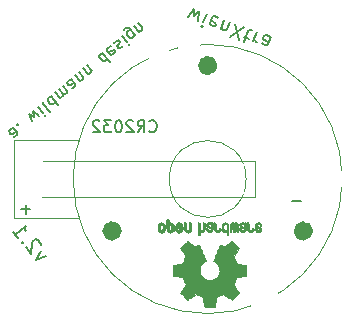
<source format=gbo>
%TF.GenerationSoftware,KiCad,Pcbnew,6.0.7*%
%TF.CreationDate,2022-09-06T10:13:29+02:00*%
%TF.ProjectId,gluhwurmchen,676c7568-7775-4726-9d63-68656e2e6b69,rev?*%
%TF.SameCoordinates,Original*%
%TF.FileFunction,Legend,Bot*%
%TF.FilePolarity,Positive*%
%FSLAX46Y46*%
G04 Gerber Fmt 4.6, Leading zero omitted, Abs format (unit mm)*
G04 Created by KiCad (PCBNEW 6.0.7) date 2022-09-06 10:13:29*
%MOMM*%
%LPD*%
G01*
G04 APERTURE LIST*
%ADD10C,0.200000*%
%ADD11C,0.150000*%
%ADD12C,0.810000*%
%ADD13C,0.120000*%
%ADD14C,0.010000*%
%ADD15C,2.200000*%
%ADD16C,2.500000*%
%ADD17R,1.800000X2.500000*%
%ADD18O,1.800000X2.500000*%
%ADD19R,2.500000X1.800000*%
%ADD20O,2.500000X1.800000*%
%ADD21C,3.000000*%
G04 APERTURE END LIST*
D10*
X71707704Y-95432730D02*
X70911215Y-95728091D01*
X71340397Y-94994991D01*
X71302152Y-94504919D02*
X71309195Y-94424415D01*
X71279507Y-94300136D01*
X71095854Y-94081266D01*
X70978618Y-94030449D01*
X70898114Y-94023406D01*
X70773835Y-94053093D01*
X70686287Y-94126555D01*
X70591696Y-94280521D01*
X70507177Y-95246577D01*
X70029678Y-94677515D01*
X69786649Y-94210088D02*
X69706144Y-94203045D01*
X69699101Y-94283550D01*
X69779606Y-94290593D01*
X69786649Y-94210088D01*
X69699101Y-94283550D01*
X68927756Y-93364296D02*
X69368525Y-93889584D01*
X69148140Y-93626940D02*
X70067394Y-92855595D01*
X70009533Y-93053335D01*
X69995447Y-93214344D01*
X70025134Y-93338623D01*
D11*
X68936973Y-84563515D02*
X69273672Y-84964777D01*
X69298411Y-85068342D01*
X69256064Y-85166038D01*
X69110150Y-85288474D01*
X69006585Y-85313214D01*
X68967582Y-84599994D02*
X68864017Y-84624733D01*
X68681625Y-84777778D01*
X68639278Y-84875474D01*
X68664017Y-84979040D01*
X68725235Y-85051996D01*
X68822931Y-85094344D01*
X68926497Y-85069604D01*
X69108888Y-84916560D01*
X69212454Y-84891820D01*
X69362974Y-84330383D02*
X69368844Y-84263295D01*
X69301756Y-84257426D01*
X69295887Y-84324513D01*
X69362974Y-84330383D01*
X69301756Y-84257426D01*
X70605761Y-84033508D02*
X70323149Y-83400376D01*
X70775152Y-83642723D01*
X70614975Y-83155504D01*
X71189414Y-83543765D01*
X71052715Y-82788197D02*
X71481240Y-83298893D01*
X71695503Y-83554242D02*
X71628416Y-83548372D01*
X71634285Y-83481285D01*
X71701372Y-83487154D01*
X71695503Y-83554242D01*
X71634285Y-83481285D01*
X71526933Y-82390281D02*
X71484585Y-82487977D01*
X71509325Y-82591543D01*
X72060286Y-83248152D01*
X72147064Y-81869929D02*
X72789852Y-82635974D01*
X72177673Y-81906407D02*
X72074108Y-81931147D01*
X71928195Y-82053583D01*
X71885847Y-82151279D01*
X71879977Y-82218366D01*
X71904717Y-82321932D01*
X72088371Y-82540801D01*
X72186067Y-82583149D01*
X72253154Y-82589019D01*
X72356720Y-82564279D01*
X72502633Y-82441843D01*
X72544981Y-82344147D01*
X72511847Y-81563840D02*
X72940373Y-82074536D01*
X72879155Y-82001579D02*
X72946242Y-82007449D01*
X73049807Y-81982709D01*
X73159242Y-81890882D01*
X73201590Y-81793186D01*
X73176850Y-81689621D01*
X72840152Y-81288359D01*
X73176850Y-81689621D02*
X73274547Y-81731968D01*
X73378112Y-81707229D01*
X73487547Y-81615402D01*
X73529895Y-81517706D01*
X73505155Y-81414140D01*
X73168457Y-81012879D01*
X73861545Y-80431309D02*
X74198243Y-80832571D01*
X74222983Y-80936136D01*
X74180635Y-81033832D01*
X74034722Y-81156268D01*
X73931156Y-81181008D01*
X73892154Y-80467787D02*
X73788588Y-80492527D01*
X73606197Y-80645572D01*
X73563849Y-80743268D01*
X73588589Y-80846833D01*
X73649806Y-80919790D01*
X73747503Y-80962138D01*
X73851068Y-80937398D01*
X74033460Y-80784354D01*
X74137025Y-80759614D01*
X74654853Y-80635916D02*
X74226328Y-80125220D01*
X74593635Y-80562960D02*
X74660722Y-80568829D01*
X74764288Y-80544089D01*
X74873723Y-80452263D01*
X74916070Y-80354566D01*
X74891331Y-80251001D01*
X74554633Y-79849739D01*
X75347941Y-80054346D02*
X74919416Y-79543650D01*
X75286723Y-79981390D02*
X75353810Y-79987259D01*
X75457376Y-79962520D01*
X75566811Y-79870693D01*
X75609158Y-79772997D01*
X75584419Y-79669431D01*
X75247720Y-79268170D01*
X76524461Y-78196857D02*
X77167249Y-78962901D01*
X76555070Y-78233335D02*
X76451505Y-78258075D01*
X76305591Y-78380511D01*
X76263244Y-78478207D01*
X76257374Y-78545294D01*
X76282114Y-78648860D01*
X76465767Y-78867729D01*
X76563464Y-78910077D01*
X76630551Y-78915946D01*
X76734116Y-78891207D01*
X76880030Y-78768771D01*
X76922377Y-78671075D01*
X77211680Y-77682375D02*
X77108114Y-77707114D01*
X76962201Y-77829550D01*
X76919853Y-77927246D01*
X76944593Y-78030812D01*
X77189464Y-78322638D01*
X77287160Y-78364986D01*
X77390726Y-78340246D01*
X77536639Y-78217810D01*
X77578987Y-78120114D01*
X77554247Y-78016549D01*
X77493029Y-77943592D01*
X77067028Y-78176725D01*
X77539984Y-77406894D02*
X77582332Y-77309198D01*
X77728245Y-77186762D01*
X77831811Y-77162023D01*
X77929507Y-77204370D01*
X77960116Y-77240849D01*
X77984856Y-77344414D01*
X77942508Y-77442110D01*
X77833073Y-77533937D01*
X77790725Y-77631633D01*
X77815465Y-77735199D01*
X77846074Y-77771677D01*
X77943770Y-77814025D01*
X78047335Y-77789285D01*
X78156770Y-77697459D01*
X78199118Y-77599762D01*
X78165985Y-76819455D02*
X78594510Y-77330151D01*
X78808773Y-77585499D02*
X78741685Y-77579630D01*
X78747555Y-77512543D01*
X78814642Y-77518412D01*
X78808773Y-77585499D01*
X78747555Y-77512543D01*
X79287598Y-76748582D02*
X78767246Y-76128450D01*
X78669550Y-76086103D01*
X78602463Y-76080233D01*
X78498897Y-76104973D01*
X78389462Y-76196800D01*
X78347114Y-76294496D01*
X78889682Y-76274364D02*
X78786116Y-76299103D01*
X78640203Y-76421539D01*
X78597855Y-76519235D01*
X78591986Y-76586322D01*
X78616725Y-76689888D01*
X78800379Y-76908758D01*
X78898075Y-76951105D01*
X78965163Y-76956975D01*
X79068728Y-76932235D01*
X79214641Y-76809799D01*
X79256989Y-76712103D01*
X79652381Y-76442492D02*
X79223856Y-75931796D01*
X79591163Y-76369536D02*
X79658250Y-76375405D01*
X79761816Y-76350665D01*
X79871251Y-76258839D01*
X79913598Y-76161142D01*
X79888859Y-76057577D01*
X79552161Y-75656316D01*
D10*
X83776710Y-75175190D02*
X84265113Y-74501612D01*
X84284459Y-75116755D01*
X84694686Y-74657964D01*
X84635857Y-75487894D01*
X85339047Y-74892492D02*
X85065431Y-75644246D01*
X84928623Y-76020123D02*
X84894470Y-75946883D01*
X84967711Y-75912730D01*
X85001864Y-75985971D01*
X84928623Y-76020123D01*
X84967711Y-75912730D01*
X86286044Y-75297981D02*
X86198195Y-75205196D01*
X85983408Y-75127020D01*
X85856470Y-75141629D01*
X85763686Y-75229479D01*
X85607333Y-75659052D01*
X85621942Y-75785990D01*
X85709792Y-75878775D01*
X85924579Y-75956951D01*
X86051516Y-75942342D01*
X86144301Y-75854492D01*
X86183389Y-75747099D01*
X85685510Y-75444265D01*
X86568939Y-76191479D02*
X86842555Y-75439725D01*
X86608027Y-76084085D02*
X86642180Y-76157326D01*
X86730029Y-76250111D01*
X86891119Y-76308743D01*
X87018057Y-76294134D01*
X87110842Y-76206285D01*
X87325826Y-75615621D01*
X87344975Y-76899604D02*
X88507154Y-76045589D01*
X88096729Y-77173220D02*
X87755400Y-75771973D01*
X88502021Y-76895063D02*
X88931595Y-77051415D01*
X88526303Y-77329572D02*
X88878095Y-76363031D01*
X88970880Y-76275182D01*
X89097818Y-76260573D01*
X89205211Y-76299661D01*
X89581088Y-76436469D02*
X89307472Y-77188223D01*
X89385648Y-76973436D02*
X89400257Y-77100374D01*
X89434409Y-77173614D01*
X89522259Y-77266399D01*
X89629652Y-77305487D01*
X90762416Y-76866437D02*
X90547432Y-77457101D01*
X90454647Y-77544951D01*
X90327710Y-77559559D01*
X90112923Y-77481383D01*
X90025073Y-77388598D01*
X90742872Y-76920134D02*
X90655022Y-76827349D01*
X90386539Y-76729629D01*
X90259601Y-76744238D01*
X90166817Y-76832087D01*
X90127729Y-76939481D01*
X90142337Y-77066418D01*
X90230187Y-77159203D01*
X90498670Y-77256923D01*
X90586520Y-77349708D01*
D11*
X80505038Y-84837542D02*
X80552657Y-84885161D01*
X80695514Y-84932780D01*
X80790752Y-84932780D01*
X80933609Y-84885161D01*
X81028847Y-84789923D01*
X81076466Y-84694685D01*
X81124085Y-84504209D01*
X81124085Y-84361352D01*
X81076466Y-84170876D01*
X81028847Y-84075638D01*
X80933609Y-83980400D01*
X80790752Y-83932780D01*
X80695514Y-83932780D01*
X80552657Y-83980400D01*
X80505038Y-84028019D01*
X79505038Y-84932780D02*
X79838371Y-84456590D01*
X80076466Y-84932780D02*
X80076466Y-83932780D01*
X79695514Y-83932780D01*
X79600276Y-83980400D01*
X79552657Y-84028019D01*
X79505038Y-84123257D01*
X79505038Y-84266114D01*
X79552657Y-84361352D01*
X79600276Y-84408971D01*
X79695514Y-84456590D01*
X80076466Y-84456590D01*
X79124085Y-84028019D02*
X79076466Y-83980400D01*
X78981228Y-83932780D01*
X78743133Y-83932780D01*
X78647895Y-83980400D01*
X78600276Y-84028019D01*
X78552657Y-84123257D01*
X78552657Y-84218495D01*
X78600276Y-84361352D01*
X79171704Y-84932780D01*
X78552657Y-84932780D01*
X77933609Y-83932780D02*
X77838371Y-83932780D01*
X77743133Y-83980400D01*
X77695514Y-84028019D01*
X77647895Y-84123257D01*
X77600276Y-84313733D01*
X77600276Y-84551828D01*
X77647895Y-84742304D01*
X77695514Y-84837542D01*
X77743133Y-84885161D01*
X77838371Y-84932780D01*
X77933609Y-84932780D01*
X78028847Y-84885161D01*
X78076466Y-84837542D01*
X78124085Y-84742304D01*
X78171704Y-84551828D01*
X78171704Y-84313733D01*
X78124085Y-84123257D01*
X78076466Y-84028019D01*
X78028847Y-83980400D01*
X77933609Y-83932780D01*
X77266942Y-83932780D02*
X76647895Y-83932780D01*
X76981228Y-84313733D01*
X76838371Y-84313733D01*
X76743133Y-84361352D01*
X76695514Y-84408971D01*
X76647895Y-84504209D01*
X76647895Y-84742304D01*
X76695514Y-84837542D01*
X76743133Y-84885161D01*
X76838371Y-84932780D01*
X77124085Y-84932780D01*
X77219323Y-84885161D01*
X77266942Y-84837542D01*
X76266942Y-84028019D02*
X76219323Y-83980400D01*
X76124085Y-83932780D01*
X75885990Y-83932780D01*
X75790752Y-83980400D01*
X75743133Y-84028019D01*
X75695514Y-84123257D01*
X75695514Y-84218495D01*
X75743133Y-84361352D01*
X76314561Y-84932780D01*
X75695514Y-84932780D01*
D10*
X69641247Y-91470171D02*
X70403152Y-91470171D01*
X70022200Y-91089219D02*
X70022200Y-91851123D01*
X92602847Y-90784371D02*
X93364752Y-90784371D01*
D12*
X77745000Y-93300000D02*
G75*
G03*
X77745000Y-93300000I-405000J0D01*
G01*
D13*
X88690000Y-88900000D02*
G75*
G03*
X88690000Y-88900000I-3250000J0D01*
G01*
D12*
X85845000Y-79300000D02*
G75*
G03*
X85845000Y-79300000I-405000J0D01*
G01*
D13*
X96840000Y-88900000D02*
G75*
G03*
X96840000Y-88900000I-11400000J0D01*
G01*
D12*
X93945000Y-93300000D02*
G75*
G03*
X93945000Y-93300000I-405000J0D01*
G01*
D13*
X71440000Y-90400000D02*
X89440000Y-90400000D01*
X89440000Y-90400000D02*
X89440000Y-87400000D01*
X89440000Y-87400000D02*
X71440000Y-87400000D01*
X71440000Y-87400000D02*
X71440000Y-90400000D01*
X69040000Y-92200000D02*
X69040000Y-85600000D01*
X69040000Y-85600000D02*
X74492600Y-85600000D01*
X74492600Y-92200000D02*
X69040000Y-92200000D01*
G36*
X81948237Y-92763731D02*
G01*
X81947700Y-92720198D01*
X81945981Y-92574656D01*
X81945635Y-92463289D01*
X81947723Y-92382196D01*
X81953302Y-92327478D01*
X81963433Y-92295239D01*
X81979174Y-92281578D01*
X82001583Y-92282597D01*
X82031720Y-92294397D01*
X82070645Y-92313080D01*
X82078962Y-92317067D01*
X82113598Y-92336581D01*
X82131686Y-92359798D01*
X82138608Y-92398508D01*
X82139744Y-92464503D01*
X82139795Y-92583000D01*
X82261859Y-92583000D01*
X82336945Y-92586288D01*
X82395985Y-92599623D01*
X82445014Y-92626577D01*
X82448670Y-92629212D01*
X82498419Y-92673714D01*
X82533041Y-92727477D01*
X82554877Y-92797846D01*
X82566263Y-92892170D01*
X82569538Y-93017794D01*
X82568813Y-93109464D01*
X82565510Y-93178902D01*
X82558172Y-93227055D01*
X82545345Y-93263134D01*
X82525577Y-93296352D01*
X82507431Y-93321739D01*
X82441539Y-93390273D01*
X82366886Y-93427495D01*
X82273096Y-93439278D01*
X82165760Y-93427533D01*
X82072969Y-93385405D01*
X81999579Y-93311102D01*
X81994046Y-93303236D01*
X81981143Y-93282332D01*
X81971258Y-93258445D01*
X81963907Y-93226418D01*
X81958606Y-93181095D01*
X81954873Y-93117321D01*
X81952222Y-93029940D01*
X81951904Y-93011958D01*
X82139692Y-93011958D01*
X82140606Y-93062402D01*
X82150523Y-93154143D01*
X82173158Y-93214248D01*
X82210762Y-93247100D01*
X82265584Y-93257077D01*
X82288683Y-93254950D01*
X82328650Y-93233853D01*
X82355074Y-93186839D01*
X82369670Y-93109825D01*
X82374154Y-92998729D01*
X82374120Y-92980869D01*
X82372265Y-92900252D01*
X82366307Y-92847553D01*
X82354494Y-92813332D01*
X82335077Y-92788154D01*
X82333867Y-92786951D01*
X82286142Y-92754372D01*
X82239890Y-92757583D01*
X82187650Y-92797035D01*
X82174872Y-92810518D01*
X82156051Y-92838163D01*
X82145438Y-92874120D01*
X82140748Y-92928636D01*
X82139692Y-93011958D01*
X81951904Y-93011958D01*
X81950172Y-92913795D01*
X81948237Y-92763731D01*
G37*
D14*
X81948237Y-92763731D02*
X81947700Y-92720198D01*
X81945981Y-92574656D01*
X81945635Y-92463289D01*
X81947723Y-92382196D01*
X81953302Y-92327478D01*
X81963433Y-92295239D01*
X81979174Y-92281578D01*
X82001583Y-92282597D01*
X82031720Y-92294397D01*
X82070645Y-92313080D01*
X82078962Y-92317067D01*
X82113598Y-92336581D01*
X82131686Y-92359798D01*
X82138608Y-92398508D01*
X82139744Y-92464503D01*
X82139795Y-92583000D01*
X82261859Y-92583000D01*
X82336945Y-92586288D01*
X82395985Y-92599623D01*
X82445014Y-92626577D01*
X82448670Y-92629212D01*
X82498419Y-92673714D01*
X82533041Y-92727477D01*
X82554877Y-92797846D01*
X82566263Y-92892170D01*
X82569538Y-93017794D01*
X82568813Y-93109464D01*
X82565510Y-93178902D01*
X82558172Y-93227055D01*
X82545345Y-93263134D01*
X82525577Y-93296352D01*
X82507431Y-93321739D01*
X82441539Y-93390273D01*
X82366886Y-93427495D01*
X82273096Y-93439278D01*
X82165760Y-93427533D01*
X82072969Y-93385405D01*
X81999579Y-93311102D01*
X81994046Y-93303236D01*
X81981143Y-93282332D01*
X81971258Y-93258445D01*
X81963907Y-93226418D01*
X81958606Y-93181095D01*
X81954873Y-93117321D01*
X81952222Y-93029940D01*
X81951904Y-93011958D01*
X82139692Y-93011958D01*
X82140606Y-93062402D01*
X82150523Y-93154143D01*
X82173158Y-93214248D01*
X82210762Y-93247100D01*
X82265584Y-93257077D01*
X82288683Y-93254950D01*
X82328650Y-93233853D01*
X82355074Y-93186839D01*
X82369670Y-93109825D01*
X82374154Y-92998729D01*
X82374120Y-92980869D01*
X82372265Y-92900252D01*
X82366307Y-92847553D01*
X82354494Y-92813332D01*
X82335077Y-92788154D01*
X82333867Y-92786951D01*
X82286142Y-92754372D01*
X82239890Y-92757583D01*
X82187650Y-92797035D01*
X82174872Y-92810518D01*
X82156051Y-92838163D01*
X82145438Y-92874120D01*
X82140748Y-92928636D01*
X82139692Y-93011958D01*
X81951904Y-93011958D01*
X81950172Y-92913795D01*
X81948237Y-92763731D01*
G36*
X81201865Y-92981895D02*
G01*
X81202924Y-92887416D01*
X81206564Y-92821586D01*
X81214108Y-92775606D01*
X81226878Y-92740679D01*
X81246197Y-92708005D01*
X81250950Y-92701225D01*
X81301241Y-92647769D01*
X81358543Y-92607453D01*
X81387968Y-92594371D01*
X81493701Y-92572550D01*
X81598266Y-92586664D01*
X81694632Y-92634895D01*
X81775765Y-92715421D01*
X81782615Y-92726209D01*
X81804903Y-92788847D01*
X81819921Y-92876065D01*
X81827208Y-92976790D01*
X81826301Y-93079948D01*
X81816738Y-93174467D01*
X81798057Y-93249273D01*
X81774049Y-93299095D01*
X81706464Y-93376591D01*
X81614886Y-93424744D01*
X81502787Y-93441297D01*
X81472849Y-93440401D01*
X81384685Y-93422071D01*
X81312267Y-93375896D01*
X81245808Y-93296352D01*
X81241853Y-93290452D01*
X81223960Y-93258712D01*
X81212322Y-93222837D01*
X81205629Y-93174094D01*
X81202574Y-93103751D01*
X81201894Y-93009818D01*
X81397231Y-93009818D01*
X81399178Y-93093336D01*
X81408895Y-93172905D01*
X81428953Y-93223192D01*
X81461760Y-93249487D01*
X81509720Y-93257077D01*
X81527984Y-93255568D01*
X81579152Y-93227893D01*
X81612965Y-93165828D01*
X81629204Y-93069963D01*
X81627651Y-92940886D01*
X81627026Y-92932580D01*
X81617923Y-92861357D01*
X81601712Y-92816191D01*
X81574340Y-92785248D01*
X81528447Y-92756263D01*
X81483058Y-92754739D01*
X81436308Y-92788154D01*
X81428176Y-92796947D01*
X81412246Y-92823259D01*
X81402841Y-92861480D01*
X81398368Y-92920651D01*
X81397231Y-93009818D01*
X81201894Y-93009818D01*
X81201846Y-93003077D01*
X81201865Y-92981895D01*
G37*
X81201865Y-92981895D02*
X81202924Y-92887416D01*
X81206564Y-92821586D01*
X81214108Y-92775606D01*
X81226878Y-92740679D01*
X81246197Y-92708005D01*
X81250950Y-92701225D01*
X81301241Y-92647769D01*
X81358543Y-92607453D01*
X81387968Y-92594371D01*
X81493701Y-92572550D01*
X81598266Y-92586664D01*
X81694632Y-92634895D01*
X81775765Y-92715421D01*
X81782615Y-92726209D01*
X81804903Y-92788847D01*
X81819921Y-92876065D01*
X81827208Y-92976790D01*
X81826301Y-93079948D01*
X81816738Y-93174467D01*
X81798057Y-93249273D01*
X81774049Y-93299095D01*
X81706464Y-93376591D01*
X81614886Y-93424744D01*
X81502787Y-93441297D01*
X81472849Y-93440401D01*
X81384685Y-93422071D01*
X81312267Y-93375896D01*
X81245808Y-93296352D01*
X81241853Y-93290452D01*
X81223960Y-93258712D01*
X81212322Y-93222837D01*
X81205629Y-93174094D01*
X81202574Y-93103751D01*
X81201894Y-93009818D01*
X81397231Y-93009818D01*
X81399178Y-93093336D01*
X81408895Y-93172905D01*
X81428953Y-93223192D01*
X81461760Y-93249487D01*
X81509720Y-93257077D01*
X81527984Y-93255568D01*
X81579152Y-93227893D01*
X81612965Y-93165828D01*
X81629204Y-93069963D01*
X81627651Y-92940886D01*
X81627026Y-92932580D01*
X81617923Y-92861357D01*
X81601712Y-92816191D01*
X81574340Y-92785248D01*
X81528447Y-92756263D01*
X81483058Y-92754739D01*
X81436308Y-92788154D01*
X81428176Y-92796947D01*
X81412246Y-92823259D01*
X81402841Y-92861480D01*
X81398368Y-92920651D01*
X81397231Y-93009818D01*
X81201894Y-93009818D01*
X81201846Y-93003077D01*
X81201865Y-92981895D01*
G36*
X86635161Y-92907348D02*
G01*
X86646190Y-92803493D01*
X86670186Y-92725667D01*
X86709957Y-92666240D01*
X86768312Y-92617582D01*
X86823900Y-92589454D01*
X86917249Y-92573801D01*
X87010470Y-92590916D01*
X87094728Y-92638612D01*
X87161182Y-92714706D01*
X87169207Y-92728738D01*
X87179804Y-92753321D01*
X87187665Y-92784691D01*
X87193193Y-92828231D01*
X87196794Y-92889322D01*
X87198872Y-92973345D01*
X87199833Y-93085680D01*
X87200081Y-93231711D01*
X87200154Y-93685037D01*
X87136654Y-93658436D01*
X87119864Y-93651155D01*
X87093141Y-93634713D01*
X87077844Y-93609813D01*
X87069437Y-93566268D01*
X87063385Y-93493894D01*
X87057856Y-93428911D01*
X87050550Y-93386250D01*
X87040082Y-93370330D01*
X87024308Y-93374600D01*
X86984110Y-93389603D01*
X86912272Y-93393322D01*
X86834990Y-93379428D01*
X86768312Y-93349495D01*
X86731629Y-93321789D01*
X86684528Y-93267731D01*
X86654362Y-93198423D01*
X86638322Y-93106235D01*
X86633809Y-92989014D01*
X86770308Y-92989014D01*
X86770719Y-93055681D01*
X86773566Y-93120755D01*
X86780744Y-93162749D01*
X86794111Y-93190937D01*
X86815528Y-93214594D01*
X86828110Y-93225247D01*
X86893301Y-93253943D01*
X86961600Y-93249425D01*
X87020902Y-93211856D01*
X87033667Y-93196960D01*
X87049236Y-93168911D01*
X87058238Y-93129742D01*
X87062383Y-93070142D01*
X87063385Y-92980800D01*
X87062923Y-92909684D01*
X87060001Y-92845359D01*
X87052779Y-92803834D01*
X87039439Y-92775933D01*
X87018164Y-92752483D01*
X87013179Y-92747975D01*
X86949137Y-92714705D01*
X86881375Y-92718110D01*
X86818266Y-92757958D01*
X86799474Y-92778602D01*
X86783746Y-92805971D01*
X86774961Y-92843808D01*
X86771141Y-92901645D01*
X86770308Y-92989014D01*
X86633809Y-92989014D01*
X86633599Y-92983538D01*
X86635161Y-92907348D01*
G37*
X86635161Y-92907348D02*
X86646190Y-92803493D01*
X86670186Y-92725667D01*
X86709957Y-92666240D01*
X86768312Y-92617582D01*
X86823900Y-92589454D01*
X86917249Y-92573801D01*
X87010470Y-92590916D01*
X87094728Y-92638612D01*
X87161182Y-92714706D01*
X87169207Y-92728738D01*
X87179804Y-92753321D01*
X87187665Y-92784691D01*
X87193193Y-92828231D01*
X87196794Y-92889322D01*
X87198872Y-92973345D01*
X87199833Y-93085680D01*
X87200081Y-93231711D01*
X87200154Y-93685037D01*
X87136654Y-93658436D01*
X87119864Y-93651155D01*
X87093141Y-93634713D01*
X87077844Y-93609813D01*
X87069437Y-93566268D01*
X87063385Y-93493894D01*
X87057856Y-93428911D01*
X87050550Y-93386250D01*
X87040082Y-93370330D01*
X87024308Y-93374600D01*
X86984110Y-93389603D01*
X86912272Y-93393322D01*
X86834990Y-93379428D01*
X86768312Y-93349495D01*
X86731629Y-93321789D01*
X86684528Y-93267731D01*
X86654362Y-93198423D01*
X86638322Y-93106235D01*
X86633809Y-92989014D01*
X86770308Y-92989014D01*
X86770719Y-93055681D01*
X86773566Y-93120755D01*
X86780744Y-93162749D01*
X86794111Y-93190937D01*
X86815528Y-93214594D01*
X86828110Y-93225247D01*
X86893301Y-93253943D01*
X86961600Y-93249425D01*
X87020902Y-93211856D01*
X87033667Y-93196960D01*
X87049236Y-93168911D01*
X87058238Y-93129742D01*
X87062383Y-93070142D01*
X87063385Y-92980800D01*
X87062923Y-92909684D01*
X87060001Y-92845359D01*
X87052779Y-92803834D01*
X87039439Y-92775933D01*
X87018164Y-92752483D01*
X87013179Y-92747975D01*
X86949137Y-92714705D01*
X86881375Y-92718110D01*
X86818266Y-92757958D01*
X86799474Y-92778602D01*
X86783746Y-92805971D01*
X86774961Y-92843808D01*
X86771141Y-92901645D01*
X86770308Y-92989014D01*
X86633809Y-92989014D01*
X86633599Y-92983538D01*
X86635161Y-92907348D01*
G36*
X88576576Y-92579333D02*
G01*
X88615773Y-92595905D01*
X88665538Y-92618580D01*
X88665538Y-92909491D01*
X88665220Y-92984060D01*
X88662211Y-93097299D01*
X88654546Y-93181308D01*
X88640438Y-93242480D01*
X88618101Y-93287205D01*
X88585747Y-93321876D01*
X88541590Y-93352883D01*
X88485333Y-93378472D01*
X88381460Y-93393846D01*
X88334064Y-93392089D01*
X88292193Y-93381453D01*
X88253209Y-93354938D01*
X88203035Y-93305580D01*
X88170768Y-93270721D01*
X88137156Y-93225466D01*
X88121997Y-93183049D01*
X88118461Y-93129232D01*
X88118461Y-93041150D01*
X88178530Y-93072213D01*
X88226133Y-93110064D01*
X88258739Y-93161050D01*
X88264339Y-93174912D01*
X88307008Y-93228642D01*
X88366293Y-93255583D01*
X88430939Y-93252961D01*
X88489692Y-93218000D01*
X88514550Y-93189606D01*
X88529030Y-93153282D01*
X88513530Y-93120954D01*
X88465333Y-93088435D01*
X88381726Y-93051539D01*
X88369038Y-93046443D01*
X88292922Y-93013093D01*
X88227604Y-92980207D01*
X88186047Y-92954231D01*
X88144424Y-92907833D01*
X88116753Y-92833789D01*
X88119690Y-92754330D01*
X88152429Y-92679132D01*
X88214159Y-92617869D01*
X88264142Y-92591790D01*
X88360697Y-92573530D01*
X88414353Y-92575993D01*
X88464024Y-92589313D01*
X88483081Y-92617261D01*
X88475955Y-92663290D01*
X88473882Y-92669376D01*
X88457444Y-92701651D01*
X88430074Y-92713867D01*
X88377932Y-92713050D01*
X88341116Y-92711939D01*
X88298039Y-92721472D01*
X88268525Y-92749974D01*
X88251714Y-92785065D01*
X88249839Y-92821825D01*
X88249926Y-92822039D01*
X88271721Y-92841902D01*
X88318368Y-92870808D01*
X88378722Y-92903114D01*
X88441640Y-92933177D01*
X88495977Y-92955354D01*
X88530590Y-92964000D01*
X88535740Y-92955533D01*
X88542222Y-92915691D01*
X88546661Y-92850629D01*
X88548308Y-92768615D01*
X88548691Y-92711847D01*
X88550495Y-92640352D01*
X88553442Y-92591390D01*
X88557157Y-92573231D01*
X88576576Y-92579333D01*
G37*
X88576576Y-92579333D02*
X88615773Y-92595905D01*
X88665538Y-92618580D01*
X88665538Y-92909491D01*
X88665220Y-92984060D01*
X88662211Y-93097299D01*
X88654546Y-93181308D01*
X88640438Y-93242480D01*
X88618101Y-93287205D01*
X88585747Y-93321876D01*
X88541590Y-93352883D01*
X88485333Y-93378472D01*
X88381460Y-93393846D01*
X88334064Y-93392089D01*
X88292193Y-93381453D01*
X88253209Y-93354938D01*
X88203035Y-93305580D01*
X88170768Y-93270721D01*
X88137156Y-93225466D01*
X88121997Y-93183049D01*
X88118461Y-93129232D01*
X88118461Y-93041150D01*
X88178530Y-93072213D01*
X88226133Y-93110064D01*
X88258739Y-93161050D01*
X88264339Y-93174912D01*
X88307008Y-93228642D01*
X88366293Y-93255583D01*
X88430939Y-93252961D01*
X88489692Y-93218000D01*
X88514550Y-93189606D01*
X88529030Y-93153282D01*
X88513530Y-93120954D01*
X88465333Y-93088435D01*
X88381726Y-93051539D01*
X88369038Y-93046443D01*
X88292922Y-93013093D01*
X88227604Y-92980207D01*
X88186047Y-92954231D01*
X88144424Y-92907833D01*
X88116753Y-92833789D01*
X88119690Y-92754330D01*
X88152429Y-92679132D01*
X88214159Y-92617869D01*
X88264142Y-92591790D01*
X88360697Y-92573530D01*
X88414353Y-92575993D01*
X88464024Y-92589313D01*
X88483081Y-92617261D01*
X88475955Y-92663290D01*
X88473882Y-92669376D01*
X88457444Y-92701651D01*
X88430074Y-92713867D01*
X88377932Y-92713050D01*
X88341116Y-92711939D01*
X88298039Y-92721472D01*
X88268525Y-92749974D01*
X88251714Y-92785065D01*
X88249839Y-92821825D01*
X88249926Y-92822039D01*
X88271721Y-92841902D01*
X88318368Y-92870808D01*
X88378722Y-92903114D01*
X88441640Y-92933177D01*
X88495977Y-92955354D01*
X88530590Y-92964000D01*
X88535740Y-92955533D01*
X88542222Y-92915691D01*
X88546661Y-92850629D01*
X88548308Y-92768615D01*
X88548691Y-92711847D01*
X88550495Y-92640352D01*
X88553442Y-92591390D01*
X88557157Y-92573231D01*
X88576576Y-92579333D01*
G36*
X87476794Y-94176730D02*
G01*
X87506908Y-94197944D01*
X87558360Y-94241763D01*
X87626625Y-94304091D01*
X87707180Y-94380830D01*
X87795500Y-94467884D01*
X88087512Y-94760383D01*
X87632640Y-95429475D01*
X87701792Y-95579084D01*
X87701997Y-95579527D01*
X87743523Y-95674899D01*
X87785956Y-95781104D01*
X87820142Y-95875231D01*
X87825316Y-95890412D01*
X87851399Y-95960891D01*
X87874919Y-96015658D01*
X87891323Y-96043921D01*
X87898004Y-96047912D01*
X87938108Y-96061303D01*
X88006205Y-96078627D01*
X88094855Y-96098083D01*
X88196615Y-96117868D01*
X88227096Y-96123449D01*
X88337372Y-96143767D01*
X88440269Y-96162905D01*
X88525431Y-96178930D01*
X88582500Y-96189909D01*
X88685077Y-96210155D01*
X88685077Y-96637299D01*
X88685054Y-96689820D01*
X88684621Y-96817953D01*
X88683341Y-96913580D01*
X88680832Y-96981589D01*
X88676714Y-97026867D01*
X88670605Y-97054303D01*
X88662122Y-97068782D01*
X88650885Y-97075193D01*
X88640006Y-97077791D01*
X88595653Y-97086978D01*
X88524894Y-97101009D01*
X88434926Y-97118514D01*
X88332944Y-97138126D01*
X88226143Y-97158475D01*
X88121719Y-97178193D01*
X88026868Y-97195911D01*
X87948786Y-97210262D01*
X87894668Y-97219876D01*
X87871709Y-97223384D01*
X87870158Y-97225503D01*
X87857675Y-97252994D01*
X87836073Y-97305594D01*
X87808877Y-97374808D01*
X87771134Y-97468063D01*
X87724672Y-97575841D01*
X87681122Y-97670828D01*
X87671142Y-97692149D01*
X87643138Y-97758914D01*
X87626359Y-97810410D01*
X87624146Y-97836905D01*
X87625287Y-97838782D01*
X87643416Y-97866435D01*
X87679356Y-97920151D01*
X87729582Y-97994697D01*
X87790570Y-98084838D01*
X87858795Y-98185343D01*
X87935670Y-98299530D01*
X87993337Y-98388230D01*
X88032574Y-98453279D01*
X88055650Y-98498705D01*
X88064834Y-98528537D01*
X88062396Y-98546805D01*
X88061576Y-98548175D01*
X88039523Y-98574795D01*
X87994564Y-98623303D01*
X87931327Y-98688892D01*
X87854441Y-98766753D01*
X87768535Y-98852078D01*
X87679421Y-98938666D01*
X87592128Y-99020053D01*
X87527982Y-99074965D01*
X87485321Y-99104810D01*
X87462479Y-99110996D01*
X87459495Y-99109606D01*
X87428064Y-99090873D01*
X87371003Y-99054267D01*
X87293657Y-99003303D01*
X87201374Y-98941496D01*
X87099498Y-98872361D01*
X86767407Y-98645580D01*
X86617434Y-98713647D01*
X86613077Y-98715619D01*
X86521000Y-98755509D01*
X86423317Y-98795182D01*
X86340461Y-98826326D01*
X86340095Y-98826455D01*
X86274315Y-98850544D01*
X86223677Y-98870890D01*
X86199116Y-98883099D01*
X86198718Y-98883542D01*
X86190381Y-98908544D01*
X86176659Y-98965402D01*
X86158877Y-99047986D01*
X86138359Y-99150169D01*
X86116429Y-99265822D01*
X86115664Y-99269967D01*
X86093771Y-99387981D01*
X86073719Y-99494849D01*
X86056808Y-99583748D01*
X86044333Y-99647855D01*
X86037594Y-99680346D01*
X86037163Y-99682147D01*
X86032727Y-99696056D01*
X86023737Y-99706511D01*
X86005263Y-99714004D01*
X85972372Y-99719028D01*
X85920132Y-99722078D01*
X85843612Y-99723645D01*
X85737878Y-99724224D01*
X85598000Y-99724308D01*
X85580425Y-99724307D01*
X85444629Y-99724193D01*
X85342424Y-99723528D01*
X85268878Y-99721818D01*
X85219058Y-99718571D01*
X85188033Y-99713294D01*
X85170871Y-99705493D01*
X85162639Y-99694675D01*
X85158406Y-99680346D01*
X85158284Y-99679832D01*
X85151328Y-99646149D01*
X85138680Y-99581083D01*
X85121640Y-99491458D01*
X85101504Y-99384096D01*
X85079571Y-99265822D01*
X85077782Y-99256144D01*
X85055917Y-99141350D01*
X85035570Y-99040520D01*
X85018066Y-98959783D01*
X85004729Y-98905266D01*
X84996884Y-98883099D01*
X84996842Y-98883064D01*
X84972116Y-98870800D01*
X84921369Y-98850424D01*
X84855538Y-98826326D01*
X84851831Y-98825017D01*
X84767669Y-98793209D01*
X84669770Y-98753315D01*
X84578565Y-98713647D01*
X84428593Y-98645580D01*
X84096501Y-98872361D01*
X84073111Y-98888312D01*
X83972920Y-98956110D01*
X83883520Y-99015792D01*
X83810255Y-99063844D01*
X83758473Y-99096750D01*
X83733520Y-99110996D01*
X83716423Y-99107730D01*
X83677605Y-99082429D01*
X83617615Y-99032325D01*
X83534790Y-98956011D01*
X83427465Y-98852078D01*
X83417861Y-98842618D01*
X83332698Y-98757855D01*
X83257051Y-98681063D01*
X83195551Y-98617053D01*
X83152827Y-98570639D01*
X83133511Y-98546631D01*
X83133448Y-98546515D01*
X83130994Y-98528237D01*
X83140044Y-98498589D01*
X83162881Y-98453514D01*
X83201787Y-98388956D01*
X83259046Y-98300860D01*
X83336941Y-98185170D01*
X83350215Y-98165643D01*
X83417348Y-98066722D01*
X83476590Y-97979152D01*
X83524412Y-97908169D01*
X83557285Y-97859009D01*
X83571682Y-97836905D01*
X83572768Y-97832223D01*
X83565956Y-97797290D01*
X83545550Y-97740247D01*
X83514877Y-97670828D01*
X83473192Y-97580041D01*
X83426648Y-97472314D01*
X83387123Y-97374808D01*
X83377324Y-97349570D01*
X83351660Y-97285130D01*
X83332807Y-97240237D01*
X83324290Y-97223384D01*
X83314889Y-97222125D01*
X83272637Y-97214841D01*
X83203479Y-97202261D01*
X83114613Y-97185754D01*
X83013232Y-97166688D01*
X82906533Y-97146431D01*
X82801712Y-97126353D01*
X82705964Y-97107821D01*
X82626484Y-97092205D01*
X82570470Y-97080873D01*
X82545115Y-97075193D01*
X82540912Y-97073592D01*
X82530666Y-97064955D01*
X82523043Y-97046567D01*
X82517662Y-97013540D01*
X82514141Y-96960987D01*
X82512099Y-96884021D01*
X82511153Y-96777754D01*
X82510923Y-96637299D01*
X82510923Y-96210155D01*
X82613500Y-96189909D01*
X82625908Y-96187482D01*
X82691801Y-96174912D01*
X82782916Y-96157830D01*
X82888896Y-96138171D01*
X82999385Y-96117868D01*
X83042895Y-96109701D01*
X83140118Y-96089833D01*
X83221142Y-96071046D01*
X83278523Y-96055141D01*
X83304813Y-96043921D01*
X83316727Y-96025589D01*
X83338417Y-95977084D01*
X83360605Y-95914308D01*
X83368415Y-95890800D01*
X83397165Y-95813634D01*
X83434248Y-95722306D01*
X83473625Y-95631907D01*
X83494685Y-95584690D01*
X83524689Y-95514163D01*
X83545308Y-95461345D01*
X83552974Y-95435088D01*
X83552548Y-95433106D01*
X83538007Y-95405249D01*
X83505217Y-95351490D01*
X83457507Y-95277037D01*
X83398202Y-95187103D01*
X83330631Y-95086896D01*
X83108287Y-94760584D01*
X83400399Y-94467984D01*
X83428651Y-94439829D01*
X83515039Y-94355551D01*
X83592244Y-94282872D01*
X83655742Y-94225888D01*
X83701010Y-94188693D01*
X83723526Y-94175384D01*
X83747977Y-94185510D01*
X83799181Y-94214579D01*
X83871253Y-94259104D01*
X83958540Y-94315589D01*
X84055388Y-94380538D01*
X84150514Y-94444686D01*
X84236331Y-94501173D01*
X84306348Y-94545816D01*
X84355124Y-94575145D01*
X84377217Y-94585692D01*
X84378512Y-94585596D01*
X84407861Y-94575198D01*
X84459907Y-94550988D01*
X84524292Y-94517751D01*
X84524968Y-94517387D01*
X84610479Y-94474559D01*
X84669074Y-94453635D01*
X84705429Y-94453577D01*
X84724225Y-94473346D01*
X84732181Y-94492805D01*
X84753653Y-94544920D01*
X84786727Y-94625036D01*
X84829644Y-94728893D01*
X84880644Y-94852233D01*
X84937967Y-94990799D01*
X84999854Y-95140330D01*
X85055948Y-95276364D01*
X85113023Y-95415950D01*
X85163521Y-95540685D01*
X85205746Y-95646328D01*
X85238005Y-95728635D01*
X85258603Y-95783365D01*
X85265846Y-95806274D01*
X85252014Y-95827282D01*
X85213588Y-95862358D01*
X85159193Y-95903113D01*
X85028605Y-96009733D01*
X84911740Y-96145975D01*
X84826220Y-96295882D01*
X84772569Y-96455029D01*
X84751316Y-96618988D01*
X84762986Y-96783333D01*
X84808106Y-96943639D01*
X84887203Y-97095480D01*
X85000803Y-97234428D01*
X85060035Y-97288540D01*
X85201946Y-97384218D01*
X85353794Y-97446595D01*
X85511139Y-97477156D01*
X85669544Y-97477385D01*
X85824571Y-97448768D01*
X85971780Y-97392790D01*
X86106734Y-97310936D01*
X86224995Y-97204691D01*
X86322123Y-97075541D01*
X86393682Y-96924969D01*
X86435231Y-96754461D01*
X86442857Y-96672278D01*
X86432366Y-96494225D01*
X86385118Y-96325296D01*
X86302511Y-96168478D01*
X86185941Y-96026755D01*
X86036807Y-95903113D01*
X85984439Y-95864018D01*
X85945168Y-95828557D01*
X85930154Y-95806308D01*
X85936141Y-95786912D01*
X85955568Y-95734941D01*
X85986806Y-95654998D01*
X86028161Y-95551327D01*
X86077939Y-95428168D01*
X86134447Y-95289766D01*
X86195991Y-95140363D01*
X86251992Y-95004980D01*
X86309816Y-94865148D01*
X86361500Y-94740128D01*
X86405282Y-94634178D01*
X86439403Y-94551559D01*
X86462102Y-94496528D01*
X86471620Y-94473346D01*
X86471731Y-94473072D01*
X86490772Y-94453497D01*
X86527306Y-94453721D01*
X86586046Y-94474790D01*
X86671708Y-94517751D01*
X86678451Y-94521369D01*
X86742062Y-94553913D01*
X86792293Y-94576950D01*
X86818782Y-94585692D01*
X86840494Y-94575361D01*
X86889016Y-94546212D01*
X86958837Y-94501713D01*
X87044516Y-94445332D01*
X87140612Y-94380538D01*
X87235294Y-94317016D01*
X87322868Y-94260295D01*
X87395358Y-94215453D01*
X87447111Y-94185984D01*
X87472474Y-94175384D01*
X87476794Y-94176730D01*
G37*
X87476794Y-94176730D02*
X87506908Y-94197944D01*
X87558360Y-94241763D01*
X87626625Y-94304091D01*
X87707180Y-94380830D01*
X87795500Y-94467884D01*
X88087512Y-94760383D01*
X87632640Y-95429475D01*
X87701792Y-95579084D01*
X87701997Y-95579527D01*
X87743523Y-95674899D01*
X87785956Y-95781104D01*
X87820142Y-95875231D01*
X87825316Y-95890412D01*
X87851399Y-95960891D01*
X87874919Y-96015658D01*
X87891323Y-96043921D01*
X87898004Y-96047912D01*
X87938108Y-96061303D01*
X88006205Y-96078627D01*
X88094855Y-96098083D01*
X88196615Y-96117868D01*
X88227096Y-96123449D01*
X88337372Y-96143767D01*
X88440269Y-96162905D01*
X88525431Y-96178930D01*
X88582500Y-96189909D01*
X88685077Y-96210155D01*
X88685077Y-96637299D01*
X88685054Y-96689820D01*
X88684621Y-96817953D01*
X88683341Y-96913580D01*
X88680832Y-96981589D01*
X88676714Y-97026867D01*
X88670605Y-97054303D01*
X88662122Y-97068782D01*
X88650885Y-97075193D01*
X88640006Y-97077791D01*
X88595653Y-97086978D01*
X88524894Y-97101009D01*
X88434926Y-97118514D01*
X88332944Y-97138126D01*
X88226143Y-97158475D01*
X88121719Y-97178193D01*
X88026868Y-97195911D01*
X87948786Y-97210262D01*
X87894668Y-97219876D01*
X87871709Y-97223384D01*
X87870158Y-97225503D01*
X87857675Y-97252994D01*
X87836073Y-97305594D01*
X87808877Y-97374808D01*
X87771134Y-97468063D01*
X87724672Y-97575841D01*
X87681122Y-97670828D01*
X87671142Y-97692149D01*
X87643138Y-97758914D01*
X87626359Y-97810410D01*
X87624146Y-97836905D01*
X87625287Y-97838782D01*
X87643416Y-97866435D01*
X87679356Y-97920151D01*
X87729582Y-97994697D01*
X87790570Y-98084838D01*
X87858795Y-98185343D01*
X87935670Y-98299530D01*
X87993337Y-98388230D01*
X88032574Y-98453279D01*
X88055650Y-98498705D01*
X88064834Y-98528537D01*
X88062396Y-98546805D01*
X88061576Y-98548175D01*
X88039523Y-98574795D01*
X87994564Y-98623303D01*
X87931327Y-98688892D01*
X87854441Y-98766753D01*
X87768535Y-98852078D01*
X87679421Y-98938666D01*
X87592128Y-99020053D01*
X87527982Y-99074965D01*
X87485321Y-99104810D01*
X87462479Y-99110996D01*
X87459495Y-99109606D01*
X87428064Y-99090873D01*
X87371003Y-99054267D01*
X87293657Y-99003303D01*
X87201374Y-98941496D01*
X87099498Y-98872361D01*
X86767407Y-98645580D01*
X86617434Y-98713647D01*
X86613077Y-98715619D01*
X86521000Y-98755509D01*
X86423317Y-98795182D01*
X86340461Y-98826326D01*
X86340095Y-98826455D01*
X86274315Y-98850544D01*
X86223677Y-98870890D01*
X86199116Y-98883099D01*
X86198718Y-98883542D01*
X86190381Y-98908544D01*
X86176659Y-98965402D01*
X86158877Y-99047986D01*
X86138359Y-99150169D01*
X86116429Y-99265822D01*
X86115664Y-99269967D01*
X86093771Y-99387981D01*
X86073719Y-99494849D01*
X86056808Y-99583748D01*
X86044333Y-99647855D01*
X86037594Y-99680346D01*
X86037163Y-99682147D01*
X86032727Y-99696056D01*
X86023737Y-99706511D01*
X86005263Y-99714004D01*
X85972372Y-99719028D01*
X85920132Y-99722078D01*
X85843612Y-99723645D01*
X85737878Y-99724224D01*
X85598000Y-99724308D01*
X85580425Y-99724307D01*
X85444629Y-99724193D01*
X85342424Y-99723528D01*
X85268878Y-99721818D01*
X85219058Y-99718571D01*
X85188033Y-99713294D01*
X85170871Y-99705493D01*
X85162639Y-99694675D01*
X85158406Y-99680346D01*
X85158284Y-99679832D01*
X85151328Y-99646149D01*
X85138680Y-99581083D01*
X85121640Y-99491458D01*
X85101504Y-99384096D01*
X85079571Y-99265822D01*
X85077782Y-99256144D01*
X85055917Y-99141350D01*
X85035570Y-99040520D01*
X85018066Y-98959783D01*
X85004729Y-98905266D01*
X84996884Y-98883099D01*
X84996842Y-98883064D01*
X84972116Y-98870800D01*
X84921369Y-98850424D01*
X84855538Y-98826326D01*
X84851831Y-98825017D01*
X84767669Y-98793209D01*
X84669770Y-98753315D01*
X84578565Y-98713647D01*
X84428593Y-98645580D01*
X84096501Y-98872361D01*
X84073111Y-98888312D01*
X83972920Y-98956110D01*
X83883520Y-99015792D01*
X83810255Y-99063844D01*
X83758473Y-99096750D01*
X83733520Y-99110996D01*
X83716423Y-99107730D01*
X83677605Y-99082429D01*
X83617615Y-99032325D01*
X83534790Y-98956011D01*
X83427465Y-98852078D01*
X83417861Y-98842618D01*
X83332698Y-98757855D01*
X83257051Y-98681063D01*
X83195551Y-98617053D01*
X83152827Y-98570639D01*
X83133511Y-98546631D01*
X83133448Y-98546515D01*
X83130994Y-98528237D01*
X83140044Y-98498589D01*
X83162881Y-98453514D01*
X83201787Y-98388956D01*
X83259046Y-98300860D01*
X83336941Y-98185170D01*
X83350215Y-98165643D01*
X83417348Y-98066722D01*
X83476590Y-97979152D01*
X83524412Y-97908169D01*
X83557285Y-97859009D01*
X83571682Y-97836905D01*
X83572768Y-97832223D01*
X83565956Y-97797290D01*
X83545550Y-97740247D01*
X83514877Y-97670828D01*
X83473192Y-97580041D01*
X83426648Y-97472314D01*
X83387123Y-97374808D01*
X83377324Y-97349570D01*
X83351660Y-97285130D01*
X83332807Y-97240237D01*
X83324290Y-97223384D01*
X83314889Y-97222125D01*
X83272637Y-97214841D01*
X83203479Y-97202261D01*
X83114613Y-97185754D01*
X83013232Y-97166688D01*
X82906533Y-97146431D01*
X82801712Y-97126353D01*
X82705964Y-97107821D01*
X82626484Y-97092205D01*
X82570470Y-97080873D01*
X82545115Y-97075193D01*
X82540912Y-97073592D01*
X82530666Y-97064955D01*
X82523043Y-97046567D01*
X82517662Y-97013540D01*
X82514141Y-96960987D01*
X82512099Y-96884021D01*
X82511153Y-96777754D01*
X82510923Y-96637299D01*
X82510923Y-96210155D01*
X82613500Y-96189909D01*
X82625908Y-96187482D01*
X82691801Y-96174912D01*
X82782916Y-96157830D01*
X82888896Y-96138171D01*
X82999385Y-96117868D01*
X83042895Y-96109701D01*
X83140118Y-96089833D01*
X83221142Y-96071046D01*
X83278523Y-96055141D01*
X83304813Y-96043921D01*
X83316727Y-96025589D01*
X83338417Y-95977084D01*
X83360605Y-95914308D01*
X83368415Y-95890800D01*
X83397165Y-95813634D01*
X83434248Y-95722306D01*
X83473625Y-95631907D01*
X83494685Y-95584690D01*
X83524689Y-95514163D01*
X83545308Y-95461345D01*
X83552974Y-95435088D01*
X83552548Y-95433106D01*
X83538007Y-95405249D01*
X83505217Y-95351490D01*
X83457507Y-95277037D01*
X83398202Y-95187103D01*
X83330631Y-95086896D01*
X83108287Y-94760584D01*
X83400399Y-94467984D01*
X83428651Y-94439829D01*
X83515039Y-94355551D01*
X83592244Y-94282872D01*
X83655742Y-94225888D01*
X83701010Y-94188693D01*
X83723526Y-94175384D01*
X83747977Y-94185510D01*
X83799181Y-94214579D01*
X83871253Y-94259104D01*
X83958540Y-94315589D01*
X84055388Y-94380538D01*
X84150514Y-94444686D01*
X84236331Y-94501173D01*
X84306348Y-94545816D01*
X84355124Y-94575145D01*
X84377217Y-94585692D01*
X84378512Y-94585596D01*
X84407861Y-94575198D01*
X84459907Y-94550988D01*
X84524292Y-94517751D01*
X84524968Y-94517387D01*
X84610479Y-94474559D01*
X84669074Y-94453635D01*
X84705429Y-94453577D01*
X84724225Y-94473346D01*
X84732181Y-94492805D01*
X84753653Y-94544920D01*
X84786727Y-94625036D01*
X84829644Y-94728893D01*
X84880644Y-94852233D01*
X84937967Y-94990799D01*
X84999854Y-95140330D01*
X85055948Y-95276364D01*
X85113023Y-95415950D01*
X85163521Y-95540685D01*
X85205746Y-95646328D01*
X85238005Y-95728635D01*
X85258603Y-95783365D01*
X85265846Y-95806274D01*
X85252014Y-95827282D01*
X85213588Y-95862358D01*
X85159193Y-95903113D01*
X85028605Y-96009733D01*
X84911740Y-96145975D01*
X84826220Y-96295882D01*
X84772569Y-96455029D01*
X84751316Y-96618988D01*
X84762986Y-96783333D01*
X84808106Y-96943639D01*
X84887203Y-97095480D01*
X85000803Y-97234428D01*
X85060035Y-97288540D01*
X85201946Y-97384218D01*
X85353794Y-97446595D01*
X85511139Y-97477156D01*
X85669544Y-97477385D01*
X85824571Y-97448768D01*
X85971780Y-97392790D01*
X86106734Y-97310936D01*
X86224995Y-97204691D01*
X86322123Y-97075541D01*
X86393682Y-96924969D01*
X86435231Y-96754461D01*
X86442857Y-96672278D01*
X86432366Y-96494225D01*
X86385118Y-96325296D01*
X86302511Y-96168478D01*
X86185941Y-96026755D01*
X86036807Y-95903113D01*
X85984439Y-95864018D01*
X85945168Y-95828557D01*
X85930154Y-95806308D01*
X85936141Y-95786912D01*
X85955568Y-95734941D01*
X85986806Y-95654998D01*
X86028161Y-95551327D01*
X86077939Y-95428168D01*
X86134447Y-95289766D01*
X86195991Y-95140363D01*
X86251992Y-95004980D01*
X86309816Y-94865148D01*
X86361500Y-94740128D01*
X86405282Y-94634178D01*
X86439403Y-94551559D01*
X86462102Y-94496528D01*
X86471620Y-94473346D01*
X86471731Y-94473072D01*
X86490772Y-94453497D01*
X86527306Y-94453721D01*
X86586046Y-94474790D01*
X86671708Y-94517751D01*
X86678451Y-94521369D01*
X86742062Y-94553913D01*
X86792293Y-94576950D01*
X86818782Y-94585692D01*
X86840494Y-94575361D01*
X86889016Y-94546212D01*
X86958837Y-94501713D01*
X87044516Y-94445332D01*
X87140612Y-94380538D01*
X87235294Y-94317016D01*
X87322868Y-94260295D01*
X87395358Y-94215453D01*
X87447111Y-94185984D01*
X87472474Y-94175384D01*
X87476794Y-94176730D01*
G36*
X87530638Y-92581567D02*
G01*
X87554544Y-92584538D01*
X87616199Y-92590824D01*
X87659308Y-92593328D01*
X87672095Y-92592945D01*
X87724554Y-92588800D01*
X87787978Y-92581567D01*
X87808270Y-92579082D01*
X87859390Y-92578105D01*
X87896793Y-92593538D01*
X87939401Y-92631637D01*
X88001231Y-92693467D01*
X88001231Y-93043657D01*
X88000749Y-93147143D01*
X87999247Y-93245808D01*
X87996911Y-93323932D01*
X87993929Y-93375338D01*
X87990491Y-93393846D01*
X87989770Y-93393796D01*
X87964797Y-93384587D01*
X87922601Y-93364293D01*
X87865451Y-93334739D01*
X87860072Y-93027254D01*
X87854692Y-92719769D01*
X87737461Y-92719769D01*
X87732115Y-93056808D01*
X87730421Y-93148426D01*
X87727995Y-93246351D01*
X87725366Y-93324094D01*
X87722754Y-93375358D01*
X87720377Y-93393846D01*
X87719694Y-93393781D01*
X87696004Y-93386980D01*
X87652454Y-93372396D01*
X87590923Y-93350946D01*
X87590624Y-93054896D01*
X87590324Y-93003468D01*
X87588246Y-92903534D01*
X87584530Y-92820075D01*
X87579570Y-92760623D01*
X87573760Y-92732713D01*
X87552976Y-92717786D01*
X87510560Y-92713175D01*
X87463923Y-92719769D01*
X87458577Y-93056808D01*
X87456664Y-93142454D01*
X87452697Y-93243828D01*
X87447509Y-93323345D01*
X87441501Y-93375264D01*
X87435073Y-93393846D01*
X87410002Y-93387966D01*
X87367150Y-93371171D01*
X87317385Y-93348497D01*
X87317385Y-92693467D01*
X87379215Y-92631637D01*
X87393338Y-92617772D01*
X87432464Y-92586954D01*
X87471922Y-92576972D01*
X87530638Y-92581567D01*
G37*
X87530638Y-92581567D02*
X87554544Y-92584538D01*
X87616199Y-92590824D01*
X87659308Y-92593328D01*
X87672095Y-92592945D01*
X87724554Y-92588800D01*
X87787978Y-92581567D01*
X87808270Y-92579082D01*
X87859390Y-92578105D01*
X87896793Y-92593538D01*
X87939401Y-92631637D01*
X88001231Y-92693467D01*
X88001231Y-93043657D01*
X88000749Y-93147143D01*
X87999247Y-93245808D01*
X87996911Y-93323932D01*
X87993929Y-93375338D01*
X87990491Y-93393846D01*
X87989770Y-93393796D01*
X87964797Y-93384587D01*
X87922601Y-93364293D01*
X87865451Y-93334739D01*
X87860072Y-93027254D01*
X87854692Y-92719769D01*
X87737461Y-92719769D01*
X87732115Y-93056808D01*
X87730421Y-93148426D01*
X87727995Y-93246351D01*
X87725366Y-93324094D01*
X87722754Y-93375358D01*
X87720377Y-93393846D01*
X87719694Y-93393781D01*
X87696004Y-93386980D01*
X87652454Y-93372396D01*
X87590923Y-93350946D01*
X87590624Y-93054896D01*
X87590324Y-93003468D01*
X87588246Y-92903534D01*
X87584530Y-92820075D01*
X87579570Y-92760623D01*
X87573760Y-92732713D01*
X87552976Y-92717786D01*
X87510560Y-92713175D01*
X87463923Y-92719769D01*
X87458577Y-93056808D01*
X87456664Y-93142454D01*
X87452697Y-93243828D01*
X87447509Y-93323345D01*
X87441501Y-93375264D01*
X87435073Y-93393846D01*
X87410002Y-93387966D01*
X87367150Y-93371171D01*
X87317385Y-93348497D01*
X87317385Y-92693467D01*
X87379215Y-92631637D01*
X87393338Y-92617772D01*
X87432464Y-92586954D01*
X87471922Y-92576972D01*
X87530638Y-92581567D01*
G36*
X89447587Y-92927551D02*
G01*
X89452359Y-92824953D01*
X89464850Y-92749874D01*
X89487879Y-92694252D01*
X89524268Y-92650025D01*
X89576838Y-92609131D01*
X89610286Y-92590534D01*
X89663902Y-92578009D01*
X89739220Y-92578997D01*
X89781328Y-92582965D01*
X89832121Y-92595080D01*
X89872720Y-92621415D01*
X89919951Y-92670486D01*
X89926262Y-92677654D01*
X89968723Y-92732811D01*
X89988982Y-92780850D01*
X89994154Y-92837816D01*
X89994154Y-92921529D01*
X89935654Y-92899448D01*
X89893006Y-92873636D01*
X89855936Y-92813072D01*
X89848197Y-92793680D01*
X89804926Y-92738765D01*
X89746024Y-92711121D01*
X89681889Y-92713607D01*
X89622923Y-92749077D01*
X89602658Y-92771195D01*
X89584280Y-92804564D01*
X89590029Y-92834883D01*
X89623113Y-92866087D01*
X89686739Y-92902113D01*
X89784115Y-92946897D01*
X89984385Y-93034555D01*
X89989699Y-93121393D01*
X89987353Y-93186337D01*
X89957814Y-93268410D01*
X89920528Y-93313639D01*
X89843224Y-93364162D01*
X89751522Y-93389684D01*
X89656726Y-93387664D01*
X89570141Y-93355560D01*
X89551080Y-93343233D01*
X89507360Y-93305088D01*
X89477460Y-93256833D01*
X89459032Y-93191290D01*
X89449730Y-93101280D01*
X89448501Y-93042052D01*
X89566471Y-93042052D01*
X89571349Y-93095884D01*
X89583636Y-93148527D01*
X89621959Y-93214849D01*
X89677280Y-93252220D01*
X89743360Y-93257279D01*
X89813960Y-93226661D01*
X89833526Y-93211352D01*
X89857217Y-93176704D01*
X89847312Y-93142462D01*
X89802244Y-93105904D01*
X89720443Y-93064308D01*
X89706908Y-93058282D01*
X89642182Y-93030247D01*
X89593753Y-93010528D01*
X89571249Y-93003077D01*
X89567839Y-93008562D01*
X89566471Y-93042052D01*
X89448501Y-93042052D01*
X89447206Y-92979624D01*
X89447587Y-92927551D01*
G37*
X89447587Y-92927551D02*
X89452359Y-92824953D01*
X89464850Y-92749874D01*
X89487879Y-92694252D01*
X89524268Y-92650025D01*
X89576838Y-92609131D01*
X89610286Y-92590534D01*
X89663902Y-92578009D01*
X89739220Y-92578997D01*
X89781328Y-92582965D01*
X89832121Y-92595080D01*
X89872720Y-92621415D01*
X89919951Y-92670486D01*
X89926262Y-92677654D01*
X89968723Y-92732811D01*
X89988982Y-92780850D01*
X89994154Y-92837816D01*
X89994154Y-92921529D01*
X89935654Y-92899448D01*
X89893006Y-92873636D01*
X89855936Y-92813072D01*
X89848197Y-92793680D01*
X89804926Y-92738765D01*
X89746024Y-92711121D01*
X89681889Y-92713607D01*
X89622923Y-92749077D01*
X89602658Y-92771195D01*
X89584280Y-92804564D01*
X89590029Y-92834883D01*
X89623113Y-92866087D01*
X89686739Y-92902113D01*
X89784115Y-92946897D01*
X89984385Y-93034555D01*
X89989699Y-93121393D01*
X89987353Y-93186337D01*
X89957814Y-93268410D01*
X89920528Y-93313639D01*
X89843224Y-93364162D01*
X89751522Y-93389684D01*
X89656726Y-93387664D01*
X89570141Y-93355560D01*
X89551080Y-93343233D01*
X89507360Y-93305088D01*
X89477460Y-93256833D01*
X89459032Y-93191290D01*
X89449730Y-93101280D01*
X89448501Y-93042052D01*
X89566471Y-93042052D01*
X89571349Y-93095884D01*
X89583636Y-93148527D01*
X89621959Y-93214849D01*
X89677280Y-93252220D01*
X89743360Y-93257279D01*
X89813960Y-93226661D01*
X89833526Y-93211352D01*
X89857217Y-93176704D01*
X89847312Y-93142462D01*
X89802244Y-93105904D01*
X89720443Y-93064308D01*
X89706908Y-93058282D01*
X89642182Y-93030247D01*
X89593753Y-93010528D01*
X89571249Y-93003077D01*
X89567839Y-93008562D01*
X89566471Y-93042052D01*
X89448501Y-93042052D01*
X89447206Y-92979624D01*
X89447587Y-92927551D01*
G36*
X88811038Y-92579333D02*
G01*
X88850234Y-92595905D01*
X88851411Y-92596442D01*
X88871765Y-92607097D01*
X88885454Y-92621718D01*
X88893801Y-92647327D01*
X88898126Y-92690946D01*
X88899752Y-92759597D01*
X88900000Y-92860302D01*
X88900500Y-92924187D01*
X88905836Y-93044249D01*
X88918055Y-93132191D01*
X88938448Y-93192625D01*
X88968305Y-93230164D01*
X89008918Y-93249419D01*
X89014552Y-93250761D01*
X89090622Y-93251809D01*
X89149948Y-93217729D01*
X89190923Y-93149402D01*
X89198230Y-93129649D01*
X89214886Y-93085934D01*
X89223321Y-93065845D01*
X89240644Y-93068613D01*
X89278475Y-93083635D01*
X89313760Y-93108444D01*
X89329846Y-93155330D01*
X89325048Y-93188913D01*
X89295569Y-93257033D01*
X89247902Y-93320866D01*
X89192161Y-93365012D01*
X89168807Y-93375218D01*
X89080381Y-93392282D01*
X88986499Y-93385524D01*
X88905833Y-93355560D01*
X88872286Y-93333046D01*
X88838313Y-93300788D01*
X88814081Y-93259754D01*
X88797999Y-93203892D01*
X88788479Y-93127149D01*
X88783932Y-93023475D01*
X88782769Y-92886816D01*
X88782997Y-92816195D01*
X88784140Y-92719692D01*
X88786081Y-92642677D01*
X88788635Y-92591681D01*
X88791619Y-92573231D01*
X88811038Y-92579333D01*
G37*
X88811038Y-92579333D02*
X88850234Y-92595905D01*
X88851411Y-92596442D01*
X88871765Y-92607097D01*
X88885454Y-92621718D01*
X88893801Y-92647327D01*
X88898126Y-92690946D01*
X88899752Y-92759597D01*
X88900000Y-92860302D01*
X88900500Y-92924187D01*
X88905836Y-93044249D01*
X88918055Y-93132191D01*
X88938448Y-93192625D01*
X88968305Y-93230164D01*
X89008918Y-93249419D01*
X89014552Y-93250761D01*
X89090622Y-93251809D01*
X89149948Y-93217729D01*
X89190923Y-93149402D01*
X89198230Y-93129649D01*
X89214886Y-93085934D01*
X89223321Y-93065845D01*
X89240644Y-93068613D01*
X89278475Y-93083635D01*
X89313760Y-93108444D01*
X89329846Y-93155330D01*
X89325048Y-93188913D01*
X89295569Y-93257033D01*
X89247902Y-93320866D01*
X89192161Y-93365012D01*
X89168807Y-93375218D01*
X89080381Y-93392282D01*
X88986499Y-93385524D01*
X88905833Y-93355560D01*
X88872286Y-93333046D01*
X88838313Y-93300788D01*
X88814081Y-93259754D01*
X88797999Y-93203892D01*
X88788479Y-93127149D01*
X88783932Y-93023475D01*
X88782769Y-92886816D01*
X88782997Y-92816195D01*
X88784140Y-92719692D01*
X88786081Y-92642677D01*
X88788635Y-92591681D01*
X88791619Y-92573231D01*
X88811038Y-92579333D01*
G36*
X85058482Y-92573294D02*
G01*
X85082459Y-92580088D01*
X85126161Y-92594680D01*
X85187692Y-92616130D01*
X85187662Y-92892642D01*
X85187616Y-92917258D01*
X85185030Y-93045581D01*
X85177087Y-93142616D01*
X85161845Y-93214943D01*
X85137364Y-93269145D01*
X85101702Y-93311802D01*
X85052918Y-93349495D01*
X85005339Y-93373090D01*
X84929268Y-93391328D01*
X84854444Y-93392364D01*
X84796923Y-93374622D01*
X84792598Y-93372171D01*
X84779262Y-93372434D01*
X84770149Y-93392961D01*
X84763572Y-93440020D01*
X84757846Y-93519880D01*
X84748077Y-93683764D01*
X84621077Y-93630194D01*
X84621077Y-93095545D01*
X84621340Y-92956906D01*
X84622042Y-92832195D01*
X84623117Y-92726443D01*
X84624500Y-92644678D01*
X84626126Y-92591931D01*
X84627930Y-92573231D01*
X84628636Y-92573294D01*
X84652613Y-92580088D01*
X84696315Y-92594680D01*
X84757846Y-92616130D01*
X84757846Y-92891383D01*
X84758237Y-92999534D01*
X84760054Y-93077974D01*
X84764233Y-93131353D01*
X84771714Y-93166744D01*
X84783433Y-93191221D01*
X84800329Y-93211856D01*
X84811848Y-93222830D01*
X84874136Y-93253225D01*
X84942789Y-93250534D01*
X85005702Y-93214594D01*
X85014861Y-93205675D01*
X85029529Y-93187156D01*
X85039567Y-93162674D01*
X85045849Y-93125607D01*
X85049252Y-93069333D01*
X85050651Y-92987229D01*
X85050923Y-92872671D01*
X85051053Y-92814570D01*
X85051901Y-92719007D01*
X85053406Y-92642474D01*
X85055415Y-92591655D01*
X85057777Y-92573231D01*
X85058482Y-92573294D01*
G37*
X85058482Y-92573294D02*
X85082459Y-92580088D01*
X85126161Y-92594680D01*
X85187692Y-92616130D01*
X85187662Y-92892642D01*
X85187616Y-92917258D01*
X85185030Y-93045581D01*
X85177087Y-93142616D01*
X85161845Y-93214943D01*
X85137364Y-93269145D01*
X85101702Y-93311802D01*
X85052918Y-93349495D01*
X85005339Y-93373090D01*
X84929268Y-93391328D01*
X84854444Y-93392364D01*
X84796923Y-93374622D01*
X84792598Y-93372171D01*
X84779262Y-93372434D01*
X84770149Y-93392961D01*
X84763572Y-93440020D01*
X84757846Y-93519880D01*
X84748077Y-93683764D01*
X84621077Y-93630194D01*
X84621077Y-93095545D01*
X84621340Y-92956906D01*
X84622042Y-92832195D01*
X84623117Y-92726443D01*
X84624500Y-92644678D01*
X84626126Y-92591931D01*
X84627930Y-92573231D01*
X84628636Y-92573294D01*
X84652613Y-92580088D01*
X84696315Y-92594680D01*
X84757846Y-92616130D01*
X84757846Y-92891383D01*
X84758237Y-92999534D01*
X84760054Y-93077974D01*
X84764233Y-93131353D01*
X84771714Y-93166744D01*
X84783433Y-93191221D01*
X84800329Y-93211856D01*
X84811848Y-93222830D01*
X84874136Y-93253225D01*
X84942789Y-93250534D01*
X85005702Y-93214594D01*
X85014861Y-93205675D01*
X85029529Y-93187156D01*
X85039567Y-93162674D01*
X85045849Y-93125607D01*
X85049252Y-93069333D01*
X85050651Y-92987229D01*
X85050923Y-92872671D01*
X85051053Y-92814570D01*
X85051901Y-92719007D01*
X85053406Y-92642474D01*
X85055415Y-92591655D01*
X85057777Y-92573231D01*
X85058482Y-92573294D01*
G36*
X82693426Y-92910357D02*
G01*
X82696934Y-92878979D01*
X82723073Y-92767295D01*
X82770306Y-92682358D01*
X82842138Y-92617259D01*
X82846198Y-92614572D01*
X82937513Y-92576366D01*
X83032856Y-92572966D01*
X83124726Y-92602061D01*
X83205621Y-92661340D01*
X83268038Y-92748490D01*
X83269086Y-92750591D01*
X83289827Y-92804711D01*
X83305020Y-92866219D01*
X83313079Y-92923961D01*
X83312418Y-92966785D01*
X83301452Y-92983538D01*
X83291710Y-92982520D01*
X83245123Y-92963991D01*
X83192318Y-92929919D01*
X83147397Y-92890478D01*
X83124465Y-92855845D01*
X83100627Y-92808867D01*
X83051770Y-92766138D01*
X82995037Y-92749077D01*
X82974242Y-92754010D01*
X82933196Y-92778843D01*
X82897443Y-92813315D01*
X82882154Y-92844589D01*
X82882158Y-92844705D01*
X82899505Y-92859067D01*
X82945753Y-92884975D01*
X83013933Y-92918790D01*
X83097077Y-92956871D01*
X83097534Y-92957073D01*
X83187862Y-92997291D01*
X83248408Y-93026267D01*
X83285112Y-93048526D01*
X83303914Y-93068593D01*
X83310754Y-93090991D01*
X83311571Y-93120244D01*
X83304378Y-93190346D01*
X83268816Y-93285588D01*
X83209286Y-93360433D01*
X83132254Y-93412255D01*
X83044185Y-93438427D01*
X82951546Y-93436324D01*
X82860802Y-93403319D01*
X82778421Y-93336785D01*
X82732778Y-93270945D01*
X82699992Y-93176964D01*
X82694661Y-93127532D01*
X82882154Y-93127532D01*
X82892276Y-93181153D01*
X82927369Y-93229881D01*
X82978177Y-93255144D01*
X83034819Y-93252594D01*
X83087416Y-93217880D01*
X83108090Y-93193893D01*
X83113000Y-93175637D01*
X83093089Y-93158223D01*
X83043479Y-93132128D01*
X83042024Y-93131390D01*
X82983494Y-93103517D01*
X82931132Y-93081281D01*
X82897914Y-93071874D01*
X82884590Y-93084448D01*
X82882154Y-93127532D01*
X82694661Y-93127532D01*
X82687213Y-93058464D01*
X82693426Y-92910357D01*
G37*
X82693426Y-92910357D02*
X82696934Y-92878979D01*
X82723073Y-92767295D01*
X82770306Y-92682358D01*
X82842138Y-92617259D01*
X82846198Y-92614572D01*
X82937513Y-92576366D01*
X83032856Y-92572966D01*
X83124726Y-92602061D01*
X83205621Y-92661340D01*
X83268038Y-92748490D01*
X83269086Y-92750591D01*
X83289827Y-92804711D01*
X83305020Y-92866219D01*
X83313079Y-92923961D01*
X83312418Y-92966785D01*
X83301452Y-92983538D01*
X83291710Y-92982520D01*
X83245123Y-92963991D01*
X83192318Y-92929919D01*
X83147397Y-92890478D01*
X83124465Y-92855845D01*
X83100627Y-92808867D01*
X83051770Y-92766138D01*
X82995037Y-92749077D01*
X82974242Y-92754010D01*
X82933196Y-92778843D01*
X82897443Y-92813315D01*
X82882154Y-92844589D01*
X82882158Y-92844705D01*
X82899505Y-92859067D01*
X82945753Y-92884975D01*
X83013933Y-92918790D01*
X83097077Y-92956871D01*
X83097534Y-92957073D01*
X83187862Y-92997291D01*
X83248408Y-93026267D01*
X83285112Y-93048526D01*
X83303914Y-93068593D01*
X83310754Y-93090991D01*
X83311571Y-93120244D01*
X83304378Y-93190346D01*
X83268816Y-93285588D01*
X83209286Y-93360433D01*
X83132254Y-93412255D01*
X83044185Y-93438427D01*
X82951546Y-93436324D01*
X82860802Y-93403319D01*
X82778421Y-93336785D01*
X82732778Y-93270945D01*
X82699992Y-93176964D01*
X82694661Y-93127532D01*
X82882154Y-93127532D01*
X82892276Y-93181153D01*
X82927369Y-93229881D01*
X82978177Y-93255144D01*
X83034819Y-93252594D01*
X83087416Y-93217880D01*
X83108090Y-93193893D01*
X83113000Y-93175637D01*
X83093089Y-93158223D01*
X83043479Y-93132128D01*
X83042024Y-93131390D01*
X82983494Y-93103517D01*
X82931132Y-93081281D01*
X82897914Y-93071874D01*
X82884590Y-93084448D01*
X82882154Y-93127532D01*
X82694661Y-93127532D01*
X82687213Y-93058464D01*
X82693426Y-92910357D01*
G36*
X85746710Y-92573354D02*
G01*
X85772681Y-92583198D01*
X85815695Y-92603972D01*
X85875141Y-92634713D01*
X85868077Y-92911702D01*
X85867586Y-92930072D01*
X85861975Y-93059008D01*
X85852062Y-93156186D01*
X85835825Y-93228075D01*
X85811241Y-93281148D01*
X85776285Y-93321873D01*
X85728936Y-93356721D01*
X85728060Y-93357267D01*
X85651501Y-93385697D01*
X85562956Y-93390500D01*
X85477542Y-93372772D01*
X85410378Y-93333611D01*
X85380831Y-93303098D01*
X85324052Y-93211890D01*
X85304923Y-93112452D01*
X85304923Y-93044040D01*
X85367809Y-93070482D01*
X85411300Y-93097163D01*
X85445574Y-93152554D01*
X85449093Y-93163976D01*
X85486972Y-93222162D01*
X85544064Y-93253593D01*
X85609617Y-93254942D01*
X85672883Y-93222884D01*
X85682328Y-93214617D01*
X85713913Y-93178689D01*
X85719129Y-93147365D01*
X85695235Y-93116609D01*
X85639490Y-93082383D01*
X85549154Y-93040650D01*
X85543044Y-93038007D01*
X85442759Y-92991245D01*
X85374265Y-92949819D01*
X85332101Y-92908458D01*
X85310807Y-92861889D01*
X85304923Y-92804840D01*
X85312634Y-92741592D01*
X85351570Y-92660636D01*
X85420068Y-92602478D01*
X85469612Y-92585017D01*
X85539531Y-92575463D01*
X85607425Y-92577504D01*
X85655907Y-92591918D01*
X85661057Y-92595507D01*
X85674733Y-92620584D01*
X85665243Y-92664782D01*
X85648754Y-92699473D01*
X85622313Y-92713916D01*
X85572166Y-92713197D01*
X85502547Y-92717340D01*
X85457057Y-92745946D01*
X85441692Y-92798896D01*
X85441706Y-92800418D01*
X85451017Y-92831155D01*
X85482689Y-92859357D01*
X85544269Y-92891864D01*
X85628014Y-92931002D01*
X85683482Y-92952294D01*
X85715503Y-92950921D01*
X85730466Y-92922797D01*
X85734758Y-92863830D01*
X85734769Y-92769932D01*
X85735248Y-92711969D01*
X85737444Y-92640388D01*
X85741014Y-92591394D01*
X85745509Y-92573231D01*
X85746710Y-92573354D01*
G37*
X85746710Y-92573354D02*
X85772681Y-92583198D01*
X85815695Y-92603972D01*
X85875141Y-92634713D01*
X85868077Y-92911702D01*
X85867586Y-92930072D01*
X85861975Y-93059008D01*
X85852062Y-93156186D01*
X85835825Y-93228075D01*
X85811241Y-93281148D01*
X85776285Y-93321873D01*
X85728936Y-93356721D01*
X85728060Y-93357267D01*
X85651501Y-93385697D01*
X85562956Y-93390500D01*
X85477542Y-93372772D01*
X85410378Y-93333611D01*
X85380831Y-93303098D01*
X85324052Y-93211890D01*
X85304923Y-93112452D01*
X85304923Y-93044040D01*
X85367809Y-93070482D01*
X85411300Y-93097163D01*
X85445574Y-93152554D01*
X85449093Y-93163976D01*
X85486972Y-93222162D01*
X85544064Y-93253593D01*
X85609617Y-93254942D01*
X85672883Y-93222884D01*
X85682328Y-93214617D01*
X85713913Y-93178689D01*
X85719129Y-93147365D01*
X85695235Y-93116609D01*
X85639490Y-93082383D01*
X85549154Y-93040650D01*
X85543044Y-93038007D01*
X85442759Y-92991245D01*
X85374265Y-92949819D01*
X85332101Y-92908458D01*
X85310807Y-92861889D01*
X85304923Y-92804840D01*
X85312634Y-92741592D01*
X85351570Y-92660636D01*
X85420068Y-92602478D01*
X85469612Y-92585017D01*
X85539531Y-92575463D01*
X85607425Y-92577504D01*
X85655907Y-92591918D01*
X85661057Y-92595507D01*
X85674733Y-92620584D01*
X85665243Y-92664782D01*
X85648754Y-92699473D01*
X85622313Y-92713916D01*
X85572166Y-92713197D01*
X85502547Y-92717340D01*
X85457057Y-92745946D01*
X85441692Y-92798896D01*
X85441706Y-92800418D01*
X85451017Y-92831155D01*
X85482689Y-92859357D01*
X85544269Y-92891864D01*
X85628014Y-92931002D01*
X85683482Y-92952294D01*
X85715503Y-92950921D01*
X85730466Y-92922797D01*
X85734758Y-92863830D01*
X85734769Y-92769932D01*
X85735248Y-92711969D01*
X85737444Y-92640388D01*
X85741014Y-92591394D01*
X85745509Y-92573231D01*
X85746710Y-92573354D01*
G36*
X83497697Y-92573262D02*
G01*
X83544754Y-92591213D01*
X83579985Y-92608489D01*
X83602983Y-92630758D01*
X83616345Y-92664835D01*
X83622672Y-92717537D01*
X83624563Y-92795677D01*
X83624615Y-92906072D01*
X83624883Y-92994065D01*
X83626479Y-93078498D01*
X83630288Y-93136166D01*
X83637180Y-93174012D01*
X83648025Y-93198976D01*
X83663692Y-93218000D01*
X83702208Y-93244847D01*
X83766909Y-93254966D01*
X83830919Y-93229394D01*
X83835144Y-93226120D01*
X83848311Y-93210993D01*
X83858025Y-93186732D01*
X83865097Y-93147350D01*
X83870344Y-93086859D01*
X83874579Y-92999271D01*
X83878615Y-92878598D01*
X83888385Y-92555485D01*
X84054461Y-92629935D01*
X84054461Y-92924938D01*
X84054117Y-93005081D01*
X84051153Y-93116569D01*
X84043649Y-93199579D01*
X84029810Y-93260801D01*
X84007845Y-93306925D01*
X83975961Y-93344642D01*
X83932367Y-93380642D01*
X83869664Y-93416911D01*
X83770883Y-93440588D01*
X83671628Y-93430316D01*
X83580371Y-93387431D01*
X83505584Y-93313271D01*
X83490083Y-93290056D01*
X83477226Y-93263744D01*
X83468107Y-93230580D01*
X83461898Y-93184119D01*
X83457767Y-93117918D01*
X83454884Y-93025532D01*
X83452421Y-92900515D01*
X83446303Y-92553722D01*
X83497697Y-92573262D01*
G37*
X83497697Y-92573262D02*
X83544754Y-92591213D01*
X83579985Y-92608489D01*
X83602983Y-92630758D01*
X83616345Y-92664835D01*
X83622672Y-92717537D01*
X83624563Y-92795677D01*
X83624615Y-92906072D01*
X83624883Y-92994065D01*
X83626479Y-93078498D01*
X83630288Y-93136166D01*
X83637180Y-93174012D01*
X83648025Y-93198976D01*
X83663692Y-93218000D01*
X83702208Y-93244847D01*
X83766909Y-93254966D01*
X83830919Y-93229394D01*
X83835144Y-93226120D01*
X83848311Y-93210993D01*
X83858025Y-93186732D01*
X83865097Y-93147350D01*
X83870344Y-93086859D01*
X83874579Y-92999271D01*
X83878615Y-92878598D01*
X83888385Y-92555485D01*
X84054461Y-92629935D01*
X84054461Y-92924938D01*
X84054117Y-93005081D01*
X84051153Y-93116569D01*
X84043649Y-93199579D01*
X84029810Y-93260801D01*
X84007845Y-93306925D01*
X83975961Y-93344642D01*
X83932367Y-93380642D01*
X83869664Y-93416911D01*
X83770883Y-93440588D01*
X83671628Y-93430316D01*
X83580371Y-93387431D01*
X83505584Y-93313271D01*
X83490083Y-93290056D01*
X83477226Y-93263744D01*
X83468107Y-93230580D01*
X83461898Y-93184119D01*
X83457767Y-93117918D01*
X83454884Y-93025532D01*
X83452421Y-92900515D01*
X83446303Y-92553722D01*
X83497697Y-92573262D01*
G36*
X86011406Y-92578699D02*
G01*
X86054834Y-92595267D01*
X86065060Y-92600112D01*
X86081033Y-92611080D01*
X86092046Y-92629110D01*
X86099250Y-92660604D01*
X86103792Y-92711964D01*
X86106820Y-92789590D01*
X86109484Y-92899885D01*
X86110215Y-92932125D01*
X86113035Y-93033950D01*
X86116696Y-93105212D01*
X86122306Y-93152668D01*
X86130971Y-93183075D01*
X86143798Y-93203190D01*
X86161895Y-93219771D01*
X86215475Y-93248839D01*
X86281388Y-93254436D01*
X86340365Y-93232193D01*
X86382797Y-93186141D01*
X86399077Y-93120308D01*
X86399530Y-93102413D01*
X86408422Y-93070018D01*
X86434675Y-93065075D01*
X86486081Y-93084367D01*
X86497987Y-93090554D01*
X86530165Y-93126942D01*
X86530802Y-93181046D01*
X86500144Y-93255872D01*
X86472022Y-93296650D01*
X86400117Y-93354579D01*
X86311362Y-93387330D01*
X86216458Y-93391788D01*
X86126108Y-93364833D01*
X86119940Y-93361419D01*
X86069553Y-93322308D01*
X86024502Y-93272025D01*
X86016645Y-93260661D01*
X86001624Y-93234140D01*
X85990893Y-93202664D01*
X85983514Y-93159409D01*
X85978548Y-93097551D01*
X85975058Y-93010267D01*
X85972107Y-92890731D01*
X85971689Y-92870522D01*
X85970346Y-92739501D01*
X85972239Y-92646704D01*
X85977395Y-92591493D01*
X85985842Y-92573231D01*
X86011406Y-92578699D01*
G37*
X86011406Y-92578699D02*
X86054834Y-92595267D01*
X86065060Y-92600112D01*
X86081033Y-92611080D01*
X86092046Y-92629110D01*
X86099250Y-92660604D01*
X86103792Y-92711964D01*
X86106820Y-92789590D01*
X86109484Y-92899885D01*
X86110215Y-92932125D01*
X86113035Y-93033950D01*
X86116696Y-93105212D01*
X86122306Y-93152668D01*
X86130971Y-93183075D01*
X86143798Y-93203190D01*
X86161895Y-93219771D01*
X86215475Y-93248839D01*
X86281388Y-93254436D01*
X86340365Y-93232193D01*
X86382797Y-93186141D01*
X86399077Y-93120308D01*
X86399530Y-93102413D01*
X86408422Y-93070018D01*
X86434675Y-93065075D01*
X86486081Y-93084367D01*
X86497987Y-93090554D01*
X86530165Y-93126942D01*
X86530802Y-93181046D01*
X86500144Y-93255872D01*
X86472022Y-93296650D01*
X86400117Y-93354579D01*
X86311362Y-93387330D01*
X86216458Y-93391788D01*
X86126108Y-93364833D01*
X86119940Y-93361419D01*
X86069553Y-93322308D01*
X86024502Y-93272025D01*
X86016645Y-93260661D01*
X86001624Y-93234140D01*
X85990893Y-93202664D01*
X85983514Y-93159409D01*
X85978548Y-93097551D01*
X85975058Y-93010267D01*
X85972107Y-92890731D01*
X85971689Y-92870522D01*
X85970346Y-92739501D01*
X85972239Y-92646704D01*
X85977395Y-92591493D01*
X85985842Y-92573231D01*
X86011406Y-92578699D01*
%LPC*%
D15*
X73025000Y-98044000D03*
D16*
X77470000Y-99060000D03*
X90170000Y-99060000D03*
D15*
X95885000Y-88900000D03*
D17*
X81280000Y-77470000D03*
D18*
X83820000Y-77470000D03*
D15*
X73914000Y-78613000D03*
D19*
X78740000Y-91440000D03*
D20*
X78740000Y-88900000D03*
X78740000Y-86360000D03*
D17*
X87630000Y-88900000D03*
D18*
X85090000Y-88900000D03*
D21*
X91440000Y-88900000D03*
X71440000Y-88900000D03*
M02*

</source>
